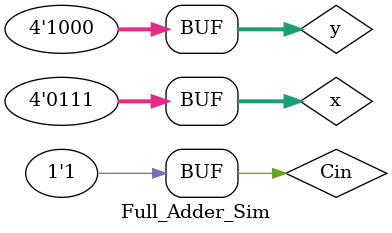
<source format=v>
`timescale 1ns / 1ps


module Full_Adder_Sim();

reg [3:0] x, y;
reg Cin;
wire [3:0] s;
wire Cout;

Full_Adder_4bit uut (x, y, Cin, s, Cout);

initial
begin
    x=0; y=0; Cin=0;
#1  x=2; y=6; Cin=0;
#1  x=3; y=7; Cin=1;
#1  x=7; y=8; Cin=0;
#1  x=7; y=8; Cin=1;
end
endmodule

</source>
